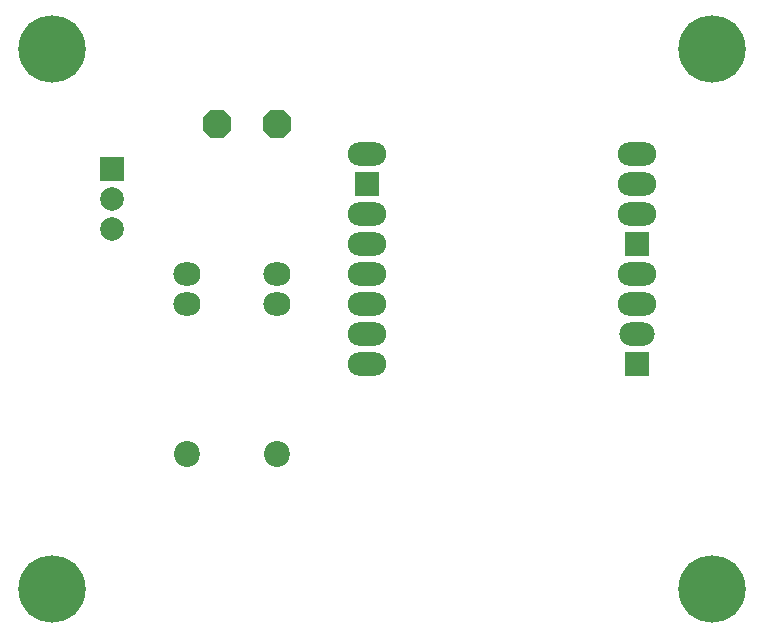
<source format=gts>
G04 Layer_Color=8388736*
%FSLAX42Y42*%
%MOMM*%
G71*
G01*
G75*
%ADD25P,2.60X8X22.5*%
%ADD26C,2.20*%
%ADD27O,2.30X2.00*%
%ADD28R,2.00X2.00*%
%ADD29C,2.00*%
%ADD30R,2.00X2.00*%
%ADD31O,3.00X2.00*%
%ADD32O,3.25X2.00*%
%ADD33C,5.70*%
D25*
X6604Y9144D02*
D03*
X7112D02*
D03*
D26*
Y6350D02*
D03*
X6350D02*
D03*
D27*
X7112Y7620D02*
D03*
Y7874D02*
D03*
X6350Y7620D02*
D03*
Y7874D02*
D03*
D28*
X5715Y8763D02*
D03*
D29*
Y8509D02*
D03*
Y8255D02*
D03*
D30*
X10160Y7112D02*
D03*
Y8128D02*
D03*
X7874Y8636D02*
D03*
D31*
X10160Y7366D02*
D03*
D32*
Y7620D02*
D03*
Y7874D02*
D03*
Y8382D02*
D03*
Y8636D02*
D03*
Y8890D02*
D03*
X7874D02*
D03*
Y8382D02*
D03*
Y8128D02*
D03*
Y7874D02*
D03*
Y7620D02*
D03*
Y7366D02*
D03*
Y7112D02*
D03*
D33*
X5207Y9779D02*
D03*
Y5207D02*
D03*
X10795Y9779D02*
D03*
Y5207D02*
D03*
M02*

</source>
